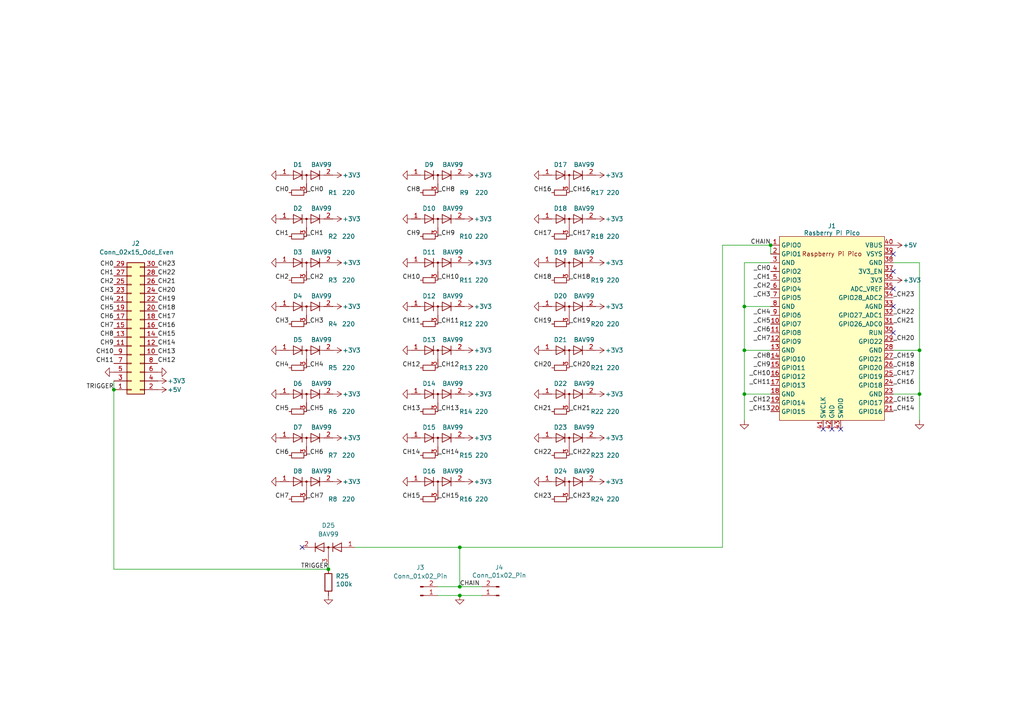
<source format=kicad_sch>
(kicad_sch (version 20231120) (generator "eeschema") (generator_version "8.0")
  (paper "A4")
  (title_block (title "peeko") (date "2024-09-16") (rev "001") (comment 1 "github.com/bkw777/peeko"))
  (lib_symbols
    (symbol "000_LOCAL:BAV99" (pin_names hide)
      (property "Reference" "D" (at 0 5.08 0))
      (property "Value" "BAV99" (at 0 2.54 0))
      (symbol "BAV99_0_1"
        (polyline (pts (xy -5.08 0) (xy 5.08 0)))
      )
      (symbol "BAV99_1_1"
        (polyline (pts (xy 0 0) (xy 0 -2.54)))
        (polyline (pts (xy -1.27 -1.27) (xy -1.27 1.27) (xy -1.27 1.27)) (stroke (width 0.2032)))
        (polyline (pts (xy 3.81 1.27) (xy 3.81 -1.27) (xy 3.81 -1.27)) (stroke (width 0.2032)))
        (polyline (pts (xy -3.81 1.27) (xy -1.27 0) (xy -3.81 -1.27) (xy -3.81 1.27) (xy -3.81 1.27) (xy -3.81 1.27)) (stroke (width 0.2032)))
        (polyline (pts (xy 1.27 1.27) (xy 3.81 0) (xy 1.27 -1.27) (xy 1.27 1.27) (xy 1.27 1.27) (xy 1.27 1.27)) (stroke (width 0.2032)))
        (circle (center 0 0) (radius 0.254) (fill (type outline)))
        (pin passive line (at -7.62 0 0) (length 2.54) (name "K") (number "1"))
        (pin passive line (at 7.62 0 180) (length 2.54) (name "A") (number "2"))
        (pin passive line (at 0 -5.08 90) (length 2.54) (name "K") (number "3"))
      )
    )
    (symbol "000_LOCAL:Conn_01x02_Pin" (pin_names (offset 1.016) hide)
      (property "Reference" "J" (at 0 2.54 0))
      (property "Value" "Conn_01x02_Pin" (at 0 -5.08 0))
      (symbol "Conn_01x02_Pin_1_1"
        (polyline (pts (xy 1.27 -2.54) (xy 0.8636 -2.54)) (stroke (width 0.1524)))
        (polyline (pts (xy 1.27 0) (xy 0.8636 0)) (stroke (width 0.1524)))
        (rectangle (start 0.8636 -2.413) (end 0 -2.667) (stroke (width 0.1524)) (fill (type outline)))
        (rectangle (start 0.8636 0.127) (end 0 -0.127) (stroke (width 0.1524)) (fill (type outline)))
        (pin passive line (at 5.08 0 180) (length 3.81) (name "Pin_1") (number "1"))
        (pin passive line (at 5.08 -2.54 180) (length 3.81) (name "Pin_2") (number "2"))
      )
    )
    (symbol "000_LOCAL:Conn_02x15_Odd_Even" (pin_names (offset 1.016) hide)
      (property "Reference" "J" (at 1.27 20.32 0))
      (property "Value" "Conn_02x15_Odd_Even" (at 1.27 -20.32 0))
      (symbol "Conn_02x15_Odd_Even_1_1"
        (rectangle (start -1.27 -17.653) (end 0 -17.907) (stroke (width 0.1524)))
        (rectangle (start -1.27 -15.113) (end 0 -15.367) (stroke (width 0.1524)))
        (rectangle (start -1.27 -12.573) (end 0 -12.827) (stroke (width 0.1524)))
        (rectangle (start -1.27 -10.033) (end 0 -10.287) (stroke (width 0.1524)))
        (rectangle (start -1.27 -7.493) (end 0 -7.747) (stroke (width 0.1524)))
        (rectangle (start -1.27 -4.953) (end 0 -5.207) (stroke (width 0.1524)))
        (rectangle (start -1.27 -2.413) (end 0 -2.667) (stroke (width 0.1524)))
        (rectangle (start -1.27 0.127) (end 0 -0.127) (stroke (width 0.1524)))
        (rectangle (start -1.27 2.667) (end 0 2.413) (stroke (width 0.1524)))
        (rectangle (start -1.27 5.207) (end 0 4.953) (stroke (width 0.1524)))
        (rectangle (start -1.27 7.747) (end 0 7.493) (stroke (width 0.1524)))
        (rectangle (start -1.27 10.287) (end 0 10.033) (stroke (width 0.1524)))
        (rectangle (start -1.27 12.827) (end 0 12.573) (stroke (width 0.1524)))
        (rectangle (start -1.27 15.367) (end 0 15.113) (stroke (width 0.1524)))
        (rectangle (start -1.27 17.907) (end 0 17.653) (stroke (width 0.1524)))
        (rectangle (start -1.27 19.05) (end 3.81 -19.05) (stroke (width 0.254)) (fill (type background)))
        (rectangle (start 3.81 -17.653) (end 2.54 -17.907) (stroke (width 0.1524)))
        (rectangle (start 3.81 -15.113) (end 2.54 -15.367) (stroke (width 0.1524)))
        (rectangle (start 3.81 -12.573) (end 2.54 -12.827) (stroke (width 0.1524)))
        (rectangle (start 3.81 -10.033) (end 2.54 -10.287) (stroke (width 0.1524)))
        (rectangle (start 3.81 -7.493) (end 2.54 -7.747) (stroke (width 0.1524)))
        (rectangle (start 3.81 -4.953) (end 2.54 -5.207) (stroke (width 0.1524)))
        (rectangle (start 3.81 -2.413) (end 2.54 -2.667) (stroke (width 0.1524)))
        (rectangle (start 3.81 0.127) (end 2.54 -0.127) (stroke (width 0.1524)))
        (rectangle (start 3.81 2.667) (end 2.54 2.413) (stroke (width 0.1524)))
        (rectangle (start 3.81 5.207) (end 2.54 4.953) (stroke (width 0.1524)))
        (rectangle (start 3.81 7.747) (end 2.54 7.493) (stroke (width 0.1524)))
        (rectangle (start 3.81 10.287) (end 2.54 10.033) (stroke (width 0.1524)))
        (rectangle (start 3.81 12.827) (end 2.54 12.573) (stroke (width 0.1524)))
        (rectangle (start 3.81 15.367) (end 2.54 15.113) (stroke (width 0.1524)))
        (rectangle (start 3.81 17.907) (end 2.54 17.653) (stroke (width 0.1524)))
        (pin passive line (at -5.08 17.78 0) (length 3.81) (name "Pin_1") (number "1"))
        (pin passive line (at 7.62 7.62 180) (length 3.81) (name "Pin_10") (number "10"))
        (pin passive line (at -5.08 5.08 0) (length 3.81) (name "Pin_11") (number "11"))
        (pin passive line (at 7.62 5.08 180) (length 3.81) (name "Pin_12") (number "12"))
        (pin passive line (at -5.08 2.54 0) (length 3.81) (name "Pin_13") (number "13"))
        (pin passive line (at 7.62 2.54 180) (length 3.81) (name "Pin_14") (number "14"))
        (pin passive line (at -5.08 0 0) (length 3.81) (name "Pin_15") (number "15"))
        (pin passive line (at 7.62 0 180) (length 3.81) (name "Pin_16") (number "16"))
        (pin passive line (at -5.08 -2.54 0) (length 3.81) (name "Pin_17") (number "17"))
        (pin passive line (at 7.62 -2.54 180) (length 3.81) (name "Pin_18") (number "18"))
        (pin passive line (at -5.08 -5.08 0) (length 3.81) (name "Pin_19") (number "19"))
        (pin passive line (at 7.62 17.78 180) (length 3.81) (name "Pin_2") (number "2"))
        (pin passive line (at 7.62 -5.08 180) (length 3.81) (name "Pin_20") (number "20"))
        (pin passive line (at -5.08 -7.62 0) (length 3.81) (name "Pin_21") (number "21"))
        (pin passive line (at 7.62 -7.62 180) (length 3.81) (name "Pin_22") (number "22"))
        (pin passive line (at -5.08 -10.16 0) (length 3.81) (name "Pin_23") (number "23"))
        (pin passive line (at 7.62 -10.16 180) (length 3.81) (name "Pin_24") (number "24"))
        (pin passive line (at -5.08 -12.7 0) (length 3.81) (name "Pin_25") (number "25"))
        (pin passive line (at 7.62 -12.7 180) (length 3.81) (name "Pin_26") (number "26"))
        (pin passive line (at -5.08 -15.24 0) (length 3.81) (name "Pin_27") (number "27"))
        (pin passive line (at 7.62 -15.24 180) (length 3.81) (name "Pin_28") (number "28"))
        (pin passive line (at -5.08 -17.78 0) (length 3.81) (name "Pin_29") (number "29"))
        (pin passive line (at -5.08 15.24 0) (length 3.81) (name "Pin_3") (number "3"))
        (pin passive line (at 7.62 -17.78 180) (length 3.81) (name "Pin_30") (number "30"))
        (pin passive line (at 7.62 15.24 180) (length 3.81) (name "Pin_4") (number "4"))
        (pin passive line (at -5.08 12.7 0) (length 3.81) (name "Pin_5") (number "5"))
        (pin passive line (at 7.62 12.7 180) (length 3.81) (name "Pin_6") (number "6"))
        (pin passive line (at -5.08 10.16 0) (length 3.81) (name "Pin_7") (number "7"))
        (pin passive line (at 7.62 10.16 180) (length 3.81) (name "Pin_8") (number "8"))
        (pin passive line (at -5.08 7.62 0) (length 3.81) (name "Pin_9") (number "9"))
      )
    )
    (symbol "BAV99_1" (pin_names hide)
      (property "Reference" "D" (at 0 5.08 0))
      (property "Value" "BAV99" (at 0 2.54 0))
      (symbol "BAV99_1_0_1"
        (polyline (pts (xy -5.08 0) (xy 5.08 0)))
      )
      (symbol "BAV99_1_1_1"
        (polyline (pts (xy 0 0) (xy 0 -2.54)))
        (polyline (pts (xy -1.27 -1.27) (xy -1.27 1.27) (xy -1.27 1.27)) (stroke (width 0.2032)))
        (polyline (pts (xy 3.81 1.27) (xy 3.81 -1.27) (xy 3.81 -1.27)) (stroke (width 0.2032)))
        (polyline (pts (xy -3.81 1.27) (xy -1.27 0) (xy -3.81 -1.27) (xy -3.81 1.27) (xy -3.81 1.27) (xy -3.81 1.27)) (stroke (width 0.2032)))
        (polyline (pts (xy 1.27 1.27) (xy 3.81 0) (xy 1.27 -1.27) (xy 1.27 1.27) (xy 1.27 1.27) (xy 1.27 1.27)) (stroke (width 0.2032)))
        (circle (center 0 0) (radius 0.254) (fill (type outline)))
        (pin passive line (at -7.62 0 0) (length 2.54) (name "K") (number "1"))
        (pin passive line (at 7.62 0 180) (length 2.54) (name "A") (number "2"))
        (pin passive line (at 0 -5.08 90) (length 2.54) (name "K") (number "3"))
      )
    )
    (symbol "Device:R" (pin_numbers hide) (pin_names (offset 0))
      (property "Reference" "R" (at 2.032 0 90))
      (property "Value" "R" (at 0 0 90))
      (symbol "R_0_1"
        (rectangle (start -1.016 -2.54) (end 1.016 2.54) (stroke (width 0.254)))
      )
      (symbol "R_1_1"
        (pin passive line (at 0 3.81 270) (length 1.27) (name "~") (number "1"))
        (pin passive line (at 0 -3.81 90) (length 1.27) (name "~") (number "2"))
      )
    )
    (symbol "MCU_RaspberryPi_and_Boards:Pico"
      (property "Reference" "U" (at -13.97 27.94 0))
      (property "Value" "Pico" (at 0 19.05 0))
      (symbol "Pico_0_0"
        (text "Raspberry Pi Pico" (at 0 21.59 0) (effects (font (size 1.27 1.27))))
      )
      (symbol "Pico_0_1"
        (rectangle (start -15.24 26.67) (end 15.24 -26.67) (fill (type background)))
      )
      (symbol "Pico_1_1"
        (pin bidirectional line (at -17.78 24.13 0) (length 2.54) (name "GPIO0") (number "1"))
        (pin bidirectional line (at -17.78 1.27 0) (length 2.54) (name "GPIO7") (number "10"))
        (pin bidirectional line (at -17.78 -1.27 0) (length 2.54) (name "GPIO8") (number "11"))
        (pin bidirectional line (at -17.78 -3.81 0) (length 2.54) (name "GPIO9") (number "12"))
        (pin power_in line (at -17.78 -6.35 0) (length 2.54) (name "GND") (number "13"))
        (pin bidirectional line (at -17.78 -8.89 0) (length 2.54) (name "GPIO10") (number "14"))
        (pin bidirectional line (at -17.78 -11.43 0) (length 2.54) (name "GPIO11") (number "15"))
        (pin bidirectional line (at -17.78 -13.97 0) (length 2.54) (name "GPIO12") (number "16"))
        (pin bidirectional line (at -17.78 -16.51 0) (length 2.54) (name "GPIO13") (number "17"))
        (pin power_in line (at -17.78 -19.05 0) (length 2.54) (name "GND") (number "18"))
        (pin bidirectional line (at -17.78 -21.59 0) (length 2.54) (name "GPIO14") (number "19"))
        (pin bidirectional line (at -17.78 21.59 0) (length 2.54) (name "GPIO1") (number "2"))
        (pin bidirectional line (at -17.78 -24.13 0) (length 2.54) (name "GPIO15") (number "20"))
        (pin bidirectional line (at 17.78 -24.13 180) (length 2.54) (name "GPIO16") (number "21"))
        (pin bidirectional line (at 17.78 -21.59 180) (length 2.54) (name "GPIO17") (number "22"))
        (pin power_in line (at 17.78 -19.05 180) (length 2.54) (name "GND") (number "23"))
        (pin bidirectional line (at 17.78 -16.51 180) (length 2.54) (name "GPIO18") (number "24"))
        (pin bidirectional line (at 17.78 -13.97 180) (length 2.54) (name "GPIO19") (number "25"))
        (pin bidirectional line (at 17.78 -11.43 180) (length 2.54) (name "GPIO20") (number "26"))
        (pin bidirectional line (at 17.78 -8.89 180) (length 2.54) (name "GPIO21") (number "27"))
        (pin power_in line (at 17.78 -6.35 180) (length 2.54) (name "GND") (number "28"))
        (pin bidirectional line (at 17.78 -3.81 180) (length 2.54) (name "GPIO22") (number "29"))
        (pin power_in line (at -17.78 19.05 0) (length 2.54) (name "GND") (number "3"))
        (pin input line (at 17.78 -1.27 180) (length 2.54) (name "RUN") (number "30"))
        (pin bidirectional line (at 17.78 1.27 180) (length 2.54) (name "GPIO26_ADC0") (number "31"))
        (pin bidirectional line (at 17.78 3.81 180) (length 2.54) (name "GPIO27_ADC1") (number "32"))
        (pin power_in line (at 17.78 6.35 180) (length 2.54) (name "AGND") (number "33"))
        (pin bidirectional line (at 17.78 8.89 180) (length 2.54) (name "GPIO28_ADC2") (number "34"))
        (pin power_in line (at 17.78 11.43 180) (length 2.54) (name "ADC_VREF") (number "35"))
        (pin power_in line (at 17.78 13.97 180) (length 2.54) (name "3V3") (number "36"))
        (pin input line (at 17.78 16.51 180) (length 2.54) (name "3V3_EN") (number "37"))
        (pin bidirectional line (at 17.78 19.05 180) (length 2.54) (name "GND") (number "38"))
        (pin power_in line (at 17.78 21.59 180) (length 2.54) (name "VSYS") (number "39"))
        (pin bidirectional line (at -17.78 16.51 0) (length 2.54) (name "GPIO2") (number "4"))
        (pin power_in line (at 17.78 24.13 180) (length 2.54) (name "VBUS") (number "40"))
        (pin input line (at -2.54 -29.21 90) (length 2.54) (name "SWCLK") (number "41"))
        (pin power_in line (at 0 -29.21 90) (length 2.54) (name "GND") (number "42"))
        (pin bidirectional line (at 2.54 -29.21 90) (length 2.54) (name "SWDIO") (number "43"))
        (pin bidirectional line (at -17.78 13.97 0) (length 2.54) (name "GPIO3") (number "5"))
        (pin bidirectional line (at -17.78 11.43 0) (length 2.54) (name "GPIO4") (number "6"))
        (pin bidirectional line (at -17.78 8.89 0) (length 2.54) (name "GPIO5") (number "7"))
        (pin power_in line (at -17.78 6.35 0) (length 2.54) (name "GND") (number "8"))
        (pin bidirectional line (at -17.78 3.81 0) (length 2.54) (name "GPIO6") (number "9"))
      )
    )
    (symbol "R_Small_1" (pin_numbers hide) (pin_names (offset 0.254) hide)
      (property "Reference" "R" (at 0.762 0.508 0))
      (property "Value" "R_Small" (at 0.762 -1.016 0))
      (symbol "R_Small_1_0_1"
        (rectangle (start -0.762 1.778) (end 0.762 -1.778) (stroke (width 0.2032)))
      )
      (symbol "R_Small_1_1_1"
        (pin passive line (at 0 2.54 270) (length 0.762) (name "~") (number "1"))
        (pin passive line (at 0 -2.54 90) (length 0.762) (name "~") (number "2"))
      )
    )
    (symbol "power:+3V3" (power) (pin_numbers hide) (pin_names (offset 0) hide)
      (property "Value" "+3V3" (at 0 3.556 0))
      (symbol "+3V3_0_1"
        (polyline (pts (xy -0.762 1.27) (xy 0 2.54)))
        (polyline (pts (xy 0 0) (xy 0 2.54)))
        (polyline (pts (xy 0 2.54) (xy 0.762 1.27)))
      )
      (symbol "+3V3_1_1"
        (pin power_in line (at 0 0 90) (length 0) (name "~") (number "1"))
      )
    )
    (symbol "power:+5V" (power) (pin_numbers hide) (pin_names (offset 0) hide)
      (property "Value" "+5V" (at 0 3.556 0))
      (symbol "+5V_0_1"
        (polyline (pts (xy -0.762 1.27) (xy 0 2.54)))
        (polyline (pts (xy 0 0) (xy 0 2.54)))
        (polyline (pts (xy 0 2.54) (xy 0.762 1.27)))
      )
      (symbol "+5V_1_1"
        (pin power_in line (at 0 0 90) (length 0) (name "~") (number "1"))
      )
    )
    (symbol "power:GND" (power) (pin_numbers hide) (pin_names (offset 0) hide)
      (property "Value" "GND" (at 0 -3.81 0))
      (symbol "GND_0_1"
        (polyline (pts (xy 0 0) (xy 0 -1.27) (xy 1.27 -1.27) (xy 0 -2.54) (xy -1.27 -1.27) (xy 0 -1.27)))
      )
      (symbol "GND_1_1"
        (pin power_in line (at 0 0 270) (length 0) (name "~") (number "1"))
      )
    )
  )
  (junction (at 133.35 158.75))
  (junction (at 95.25 165.1))
  (junction (at 133.35 170.18))
  (junction (at 215.9 101.6))
  (junction (at 223.52 71.12))
  (junction (at 266.7 114.3))
  (junction (at 215.9 114.3))
  (junction (at 215.9 88.9))
  (junction (at 266.7 101.6))
  (junction (at 133.35 172.72))
  (junction (at 33.02 113.03))
  (no_connect (at 87.63 158.75))
  (no_connect (at 259.08 96.52))
  (no_connect (at 259.08 73.66))
  (no_connect (at 259.08 78.74))
  (no_connect (at 259.08 83.82))
  (no_connect (at 259.08 88.9))
  (no_connect (at 243.84 124.46))
  (no_connect (at 241.3 124.46))
  (no_connect (at 238.76 124.46))
  (wire (pts (xy 215.9 76.2) (xy 215.9 88.9)))
  (wire (pts (xy 33.02 110.49) (xy 33.02 113.03)))
  (wire (pts (xy 33.02 113.03) (xy 33.02 165.1)))
  (wire (pts (xy 127 170.18) (xy 133.35 170.18)))
  (wire (pts (xy 133.35 170.18) (xy 139.7 170.18)))
  (wire (pts (xy 215.9 88.9) (xy 223.52 88.9)))
  (wire (pts (xy 215.9 101.6) (xy 215.9 114.3)))
  (wire (pts (xy 133.35 158.75) (xy 209.55 158.75)))
  (wire (pts (xy 223.52 71.12) (xy 223.52 73.66)))
  (wire (pts (xy 215.9 101.6) (xy 223.52 101.6)))
  (wire (pts (xy 259.08 76.2) (xy 266.7 76.2)))
  (wire (pts (xy 133.35 158.75) (xy 133.35 170.18)))
  (wire (pts (xy 215.9 121.92) (xy 215.9 114.3)))
  (wire (pts (xy 266.7 76.2) (xy 266.7 101.6)))
  (wire (pts (xy 266.7 101.6) (xy 266.7 114.3)))
  (wire (pts (xy 133.35 172.72) (xy 139.7 172.72)))
  (wire (pts (xy 102.87 158.75) (xy 133.35 158.75)))
  (wire (pts (xy 215.9 76.2) (xy 223.52 76.2)))
  (wire (pts (xy 215.9 88.9) (xy 215.9 101.6)))
  (wire (pts (xy 259.08 101.6) (xy 266.7 101.6)))
  (wire (pts (xy 259.08 114.3) (xy 266.7 114.3)))
  (wire (pts (xy 127 172.72) (xy 133.35 172.72)))
  (wire (pts (xy 33.02 165.1) (xy 95.25 165.1)))
  (wire (pts (xy 95.25 163.83) (xy 95.25 165.1)))
  (wire (pts (xy 266.7 121.92) (xy 266.7 114.3)))
  (wire (pts (xy 209.55 71.12) (xy 223.52 71.12)))
  (wire (pts (xy 209.55 71.12) (xy 209.55 158.75)))
  (wire (pts (xy 215.9 114.3) (xy 223.52 114.3)))
  (label "CH15" (at 121.92 144.78 180))
  (label "_CH11" (at 127 93.98 0))
  (label "_CH15" (at 127 144.78 0))
  (label "CH6" (at 33.02 92.71 180))
  (label "CH14" (at 121.92 132.08 180))
  (label "CH19" (at 160.02 93.98 180))
  (label "_CH8" (at 127 55.88 0))
  (label "_CH8" (at 223.52 104.14 180))
  (label "_CH22" (at 165.1 132.08 0))
  (label "_CH7" (at 88.9 144.78 0))
  (label "CH17" (at 160.02 68.58 180))
  (label "_CH19" (at 259.08 104.14 0))
  (label "CH16" (at 160.02 55.88 180))
  (label "CH7" (at 33.02 95.25 180))
  (label "CH22" (at 160.02 132.08 180))
  (label "_CH23" (at 165.1 144.78 0))
  (label "CH13" (at 121.92 119.38 180))
  (label "CH17" (at 45.72 92.71 0))
  (label "CH20" (at 45.72 85.09 0))
  (label "_CH16" (at 165.1 55.88 0))
  (label "CH2" (at 33.02 82.55 180))
  (label "CH18" (at 160.02 81.28 180))
  (label "CH4" (at 83.82 106.68 180))
  (label "_CH18" (at 259.08 106.68 0))
  (label "_CH7" (at 223.52 99.06 180))
  (label "_CH21" (at 165.1 119.38 0))
  (label "CH2" (at 83.82 81.28 180))
  (label "TRIGGER" (at 95.25 165.1 180))
  (label "CH4" (at 33.02 87.63 180))
  (label "_CH17" (at 165.1 68.58 0))
  (label "CH3" (at 83.82 93.98 180))
  (label "_CH4" (at 88.9 106.68 0))
  (label "_CH5" (at 88.9 119.38 0))
  (label "CH10" (at 121.92 81.28 180))
  (label "_CH6" (at 223.52 96.52 180))
  (label "CH3" (at 33.02 85.09 180))
  (label "_CH9" (at 223.52 106.68 180))
  (label "CHAIN" (at 223.52 71.12 180))
  (label "_CH19" (at 165.1 93.98 0))
  (label "CH8" (at 121.92 55.88 180))
  (label "_CH13" (at 127 119.38 0))
  (label "CH18" (at 45.72 90.17 0))
  (label "CH23" (at 45.72 77.47 0))
  (label "CH14" (at 45.72 100.33 0))
  (label "_CH2" (at 88.9 81.28 0))
  (label "CH11" (at 33.02 105.41 180))
  (label "_CH14" (at 259.08 119.38 0))
  (label "CH12" (at 121.92 106.68 180))
  (label "CHAIN" (at 133.35 170.18 0))
  (label "_CH10" (at 127 81.28 0))
  (label "_CH0" (at 88.9 55.88 0))
  (label "_CH20" (at 165.1 106.68 0))
  (label "_CH3" (at 88.9 93.98 0))
  (label "_CH1" (at 88.9 68.58 0))
  (label "_CH3" (at 223.52 86.36 180))
  (label "_CH16" (at 259.08 111.76 0))
  (label "CH11" (at 121.92 93.98 180))
  (label "CH16" (at 45.72 95.25 0))
  (label "CH5" (at 83.82 119.38 180))
  (label "_CH1" (at 223.52 81.28 180))
  (label "CH22" (at 45.72 80.01 0))
  (label "_CH9" (at 127 68.58 0))
  (label "_CH15" (at 259.08 116.84 0))
  (label "TRIGGER" (at 33.02 113.03 180))
  (label "CH12" (at 45.72 105.41 0))
  (label "_CH18" (at 165.1 81.28 0))
  (label "CH19" (at 45.72 87.63 0))
  (label "_CH11" (at 223.52 111.76 180))
  (label "CH21" (at 160.02 119.38 180))
  (label "_CH14" (at 127 132.08 0))
  (label "CH9" (at 33.02 100.33 180))
  (label "_CH6" (at 88.9 132.08 0))
  (label "CH8" (at 33.02 97.79 180))
  (label "_CH4" (at 223.52 91.44 180))
  (label "CH21" (at 45.72 82.55 0))
  (label "CH1" (at 83.82 68.58 180))
  (label "CH20" (at 160.02 106.68 180))
  (label "CH7" (at 83.82 144.78 180))
  (label "CH0" (at 33.02 77.47 180))
  (label "CH9" (at 121.92 68.58 180))
  (label "CH0" (at 83.82 55.88 180))
  (label "CH5" (at 33.02 90.17 180))
  (label "CH23" (at 160.02 144.78 180))
  (label "_CH22" (at 259.08 91.44 0))
  (label "_CH21" (at 259.08 93.98 0))
  (label "_CH0" (at 223.52 78.74 180))
  (label "_CH12" (at 223.52 116.84 180))
  (label "CH10" (at 33.02 102.87 180))
  (label "_CH12" (at 127 106.68 0))
  (label "CH13" (at 45.72 102.87 0))
  (label "_CH2" (at 223.52 83.82 180))
  (label "CH1" (at 33.02 80.01 180))
  (label "_CH10" (at 223.52 109.22 180))
  (label "_CH13" (at 223.52 119.38 180))
  (label "_CH20" (at 259.08 99.06 0))
  (label "CH15" (at 45.72 97.79 0))
  (label "_CH5" (at 223.52 93.98 180))
  (label "_CH17" (at 259.08 109.22 0))
  (label "_CH23" (at 259.08 86.36 0))
  (label "CH6" (at 83.82 132.08 180))
  (symbol (lib_name "R_Small_1") (lib_id "000_LOCAL:R_Small") (at 86.36 68.58 270) (unit 1)
    (property "Reference" "R2" (at 96.52 68.58 90))
    (property "Value" "220" (at 101.092 68.58 90))
    (property "Footprint" "000_LOCAL:R_0805" (effects (hide yes)))
    (property "Description" "Resistor, small symbol" (effects (hide yes)))
  )
  (symbol (lib_id "power:+3V3") (at 172.72 88.9 270) (unit 1)
    (property "Reference" "#PWR054" (effects (hide yes)))
    (property "Value" "+3V3" (at 175.514 88.9 90) (effects (justify left)))
    (property "Description" "Power symbol creates a global label with name \"+3V3\"" (effects (hide yes)))
  )
  (symbol (lib_id "power:+3V3") (at 134.62 139.7 270) (unit 1)
    (property "Reference" "#PWR042" (effects (hide yes)))
    (property "Value" "+3V3" (at 137.414 139.7 90) (effects (justify left)))
    (property "Description" "Power symbol creates a global label with name \"+3V3\"" (effects (hide yes)))
  )
  (symbol (lib_name "R_Small_1") (lib_id "000_LOCAL:R_Small") (at 124.46 81.28 270) (unit 1)
    (property "Reference" "R11" (at 135.128 81.28 90))
    (property "Value" "220" (at 139.7 81.28 90))
    (property "Footprint" "000_LOCAL:R_0805" (effects (hide yes)))
    (property "Description" "Resistor, small symbol" (effects (hide yes)))
  )
  (symbol (lib_name "R_Small_1") (lib_id "000_LOCAL:R_Small") (at 162.56 55.88 270) (unit 1)
    (property "Reference" "R17" (at 173.228 55.88 90))
    (property "Value" "220" (at 177.8 55.88 90))
    (property "Footprint" "000_LOCAL:R_0805" (effects (hide yes)))
    (property "Description" "Resistor, small symbol" (effects (hide yes)))
  )
  (symbol (lib_id "power:+5V") (at 45.72 113.03 270) (unit 1)
    (property "Reference" "#PWR05" (effects (hide yes)))
    (property "Value" "+5V" (at 48.514 113.03 90) (effects (justify left)))
    (property "Description" "Power symbol creates a global label with name \"+5V\"" (effects (hide yes)))
  )
  (symbol (lib_id "power:GND") (at 119.38 101.6 270) (unit 1)
    (property "Reference" "#PWR031" (effects (hide yes)))
    (property "Value" "GND" (effects (hide yes)))
    (property "Description" "Power symbol creates a global label with name \"GND\" , ground" (effects (hide yes)))
  )
  (symbol (lib_id "power:GND") (at 81.28 101.6 270) (unit 1)
    (property "Reference" "#PWR019" (effects (hide yes)))
    (property "Value" "GND" (effects (hide yes)))
    (property "Description" "Power symbol creates a global label with name \"GND\" , ground" (effects (hide yes)))
  )
  (symbol (lib_id "power:+3V3") (at 96.52 114.3 270) (unit 1)
    (property "Reference" "#PWR024" (effects (hide yes)))
    (property "Value" "+3V3" (at 99.314 114.3 90) (effects (justify left)))
    (property "Description" "Power symbol creates a global label with name \"+3V3\"" (effects (hide yes)))
  )
  (symbol (lib_name "BAV99_1") (lib_id "000_LOCAL:BAV99") (at 127 101.6 0) (unit 1)
    (property "Reference" "D13" (at 124.46 98.552 0))
    (property "Value" "BAV99" (at 131.318 98.552 0))
    (property "Footprint" "000_LOCAL:SC-59" (effects (hide yes)))
    (property "Datasheet" "datasheets/BAV99.pdf" (effects (hide yes)))
    (property "Description" "BAV99 High-speed switching diodes, SOT-23" (effects (hide yes)))
  )
  (symbol (lib_name "BAV99_1") (lib_id "000_LOCAL:BAV99") (at 165.1 88.9 0) (unit 1)
    (property "Reference" "D20" (at 162.56 85.852 0))
    (property "Value" "BAV99" (at 169.418 85.852 0))
    (property "Footprint" "000_LOCAL:SC-59" (effects (hide yes)))
    (property "Datasheet" "datasheets/BAV99.pdf" (effects (hide yes)))
    (property "Description" "BAV99 High-speed switching diodes, SOT-23" (effects (hide yes)))
  )
  (symbol (lib_id "000_LOCAL:BAV99") (at 95.25 158.75 0) (mirror y) (unit 1)
    (property "Reference" "D25" (at 95.25 152.4 0))
    (property "Value" "BAV99" (at 95.25 154.94 0))
    (property "Footprint" "000_LOCAL:SC-59" (effects (hide yes)))
    (property "Datasheet" "datasheets/BAV99.pdf" (effects (hide yes)))
    (property "Description" "BAV99 High-speed switching diodes, SOT-23" (effects (hide yes)))
  )
  (symbol (lib_id "power:+3V3") (at 96.52 63.5 270) (unit 1)
    (property "Reference" "#PWR012" (effects (hide yes)))
    (property "Value" "+3V3" (at 99.314 63.5 90) (effects (justify left)))
    (property "Description" "Power symbol creates a global label with name \"+3V3\"" (effects (hide yes)))
  )
  (symbol (lib_id "power:GND") (at 119.38 63.5 270) (unit 1)
    (property "Reference" "#PWR028" (effects (hide yes)))
    (property "Value" "GND" (effects (hide yes)))
    (property "Description" "Power symbol creates a global label with name \"GND\" , ground" (effects (hide yes)))
  )
  (symbol (lib_id "MCU_RaspberryPi_and_Boards:Pico") (at 241.3 95.25 0) (unit 1)
    (property "Reference" "J1" (at 241.3 65.532 0))
    (property "Value" "Rasberry PI Pico" (at 241.3 67.564 0))
    (property "Footprint" "000_LOCAL:dip-40-700-pi-pico" (effects (hide yes)))
  )
  (symbol (lib_id "power:+3V3") (at 134.62 88.9 270) (unit 1)
    (property "Reference" "#PWR038" (effects (hide yes)))
    (property "Value" "+3V3" (at 137.414 88.9 90) (effects (justify left)))
    (property "Description" "Power symbol creates a global label with name \"+3V3\"" (effects (hide yes)))
  )
  (symbol (lib_id "power:GND") (at 266.7 121.92 0) (unit 1)
    (property "Reference" "#PWR011" (effects (hide yes)))
    (property "Value" "GND" (effects (hide yes)))
    (property "Description" "Power symbol creates a global label with name \"GND\" , ground" (effects (hide yes)))
  )
  (symbol (lib_id "power:GND") (at 157.48 139.7 270) (unit 1)
    (property "Reference" "#PWR050" (effects (hide yes)))
    (property "Value" "GND" (effects (hide yes)))
    (property "Description" "Power symbol creates a global label with name \"GND\" , ground" (effects (hide yes)))
  )
  (symbol (lib_name "BAV99_1") (lib_id "000_LOCAL:BAV99") (at 88.9 63.5 0) (unit 1)
    (property "Reference" "D2" (at 86.36 60.452 0))
    (property "Value" "BAV99" (at 93.218 60.452 0))
    (property "Footprint" "000_LOCAL:SC-59" (effects (hide yes)))
    (property "Datasheet" "datasheets/BAV99.pdf" (effects (hide yes)))
    (property "Description" "BAV99 High-speed switching diodes, SOT-23" (effects (hide yes)))
  )
  (symbol (lib_id "power:+3V3") (at 45.72 110.49 270) (unit 1)
    (property "Reference" "#PWR06" (effects (hide yes)))
    (property "Value" "+3V3" (at 48.514 110.49 90) (effects (justify left)))
    (property "Description" "Power symbol creates a global label with name \"+3V3\"" (effects (hide yes)))
  )
  (symbol (lib_id "power:+5V") (at 259.08 71.12 270) (unit 1)
    (property "Reference" "#PWR014" (effects (hide yes)))
    (property "Value" "+5V" (at 261.874 71.12 90) (effects (justify left)))
    (property "Description" "Power symbol creates a global label with name \"+5V\"" (effects (hide yes)))
  )
  (symbol (lib_id "power:GND") (at 119.38 114.3 270) (unit 1)
    (property "Reference" "#PWR032" (effects (hide yes)))
    (property "Value" "GND" (effects (hide yes)))
    (property "Description" "Power symbol creates a global label with name \"GND\" , ground" (effects (hide yes)))
  )
  (symbol (lib_name "BAV99_1") (lib_id "000_LOCAL:BAV99") (at 127 88.9 0) (unit 1)
    (property "Reference" "D12" (at 124.46 85.852 0))
    (property "Value" "BAV99" (at 131.318 85.852 0))
    (property "Footprint" "000_LOCAL:SC-59" (effects (hide yes)))
    (property "Datasheet" "datasheets/BAV99.pdf" (effects (hide yes)))
    (property "Description" "BAV99 High-speed switching diodes, SOT-23" (effects (hide yes)))
  )
  (symbol (lib_id "power:GND") (at 157.48 50.8 270) (unit 1)
    (property "Reference" "#PWR043" (effects (hide yes)))
    (property "Value" "GND" (effects (hide yes)))
    (property "Description" "Power symbol creates a global label with name \"GND\" , ground" (effects (hide yes)))
  )
  (symbol (lib_id "power:GND") (at 33.02 107.95 270) (unit 1)
    (property "Reference" "#PWR02" (effects (hide yes)))
    (property "Value" "GND" (effects (hide yes)))
    (property "Description" "Power symbol creates a global label with name \"GND\" , ground" (effects (hide yes)))
  )
  (symbol (lib_id "power:+3V3") (at 134.62 76.2 270) (unit 1)
    (property "Reference" "#PWR037" (effects (hide yes)))
    (property "Value" "+3V3" (at 137.414 76.2 90) (effects (justify left)))
    (property "Description" "Power symbol creates a global label with name \"+3V3\"" (effects (hide yes)))
  )
  (symbol (lib_id "power:GND") (at 119.38 76.2 270) (unit 1)
    (property "Reference" "#PWR029" (effects (hide yes)))
    (property "Value" "GND" (effects (hide yes)))
    (property "Description" "Power symbol creates a global label with name \"GND\" , ground" (effects (hide yes)))
  )
  (symbol (lib_name "R_Small_1") (lib_id "000_LOCAL:R_Small") (at 162.56 106.68 270) (unit 1)
    (property "Reference" "R21" (at 173.228 106.68 90))
    (property "Value" "220" (at 177.8 106.68 90))
    (property "Footprint" "000_LOCAL:R_0805" (effects (hide yes)))
    (property "Description" "Resistor, small symbol" (effects (hide yes)))
  )
  (symbol (lib_name "R_Small_1") (lib_id "000_LOCAL:R_Small") (at 162.56 93.98 270) (unit 1)
    (property "Reference" "R20" (at 173.228 93.98 90))
    (property "Value" "220" (at 177.8 93.98 90))
    (property "Footprint" "000_LOCAL:R_0805" (effects (hide yes)))
    (property "Description" "Resistor, small symbol" (effects (hide yes)))
  )
  (symbol (lib_name "BAV99_1") (lib_id "000_LOCAL:BAV99") (at 165.1 63.5 0) (unit 1)
    (property "Reference" "D18" (at 162.56 60.452 0))
    (property "Value" "BAV99" (at 169.418 60.452 0))
    (property "Footprint" "000_LOCAL:SC-59" (effects (hide yes)))
    (property "Datasheet" "datasheets/BAV99.pdf" (effects (hide yes)))
    (property "Description" "BAV99 High-speed switching diodes, SOT-23" (effects (hide yes)))
  )
  (symbol (lib_id "power:GND") (at 81.28 50.8 270) (unit 1)
    (property "Reference" "#PWR08" (effects (hide yes)))
    (property "Value" "GND" (effects (hide yes)))
    (property "Description" "Power symbol creates a global label with name \"GND\" , ground" (effects (hide yes)))
  )
  (symbol (lib_name "BAV99_1") (lib_id "000_LOCAL:BAV99") (at 165.1 127 0) (unit 1)
    (property "Reference" "D23" (at 162.56 123.952 0))
    (property "Value" "BAV99" (at 169.418 123.952 0))
    (property "Footprint" "000_LOCAL:SC-59" (effects (hide yes)))
    (property "Datasheet" "datasheets/BAV99.pdf" (effects (hide yes)))
    (property "Description" "BAV99 High-speed switching diodes, SOT-23" (effects (hide yes)))
  )
  (symbol (lib_id "power:GND") (at 81.28 88.9 270) (unit 1)
    (property "Reference" "#PWR016" (effects (hide yes)))
    (property "Value" "GND" (effects (hide yes)))
    (property "Description" "Power symbol creates a global label with name \"GND\" , ground" (effects (hide yes)))
  )
  (symbol (lib_name "R_Small_1") (lib_id "000_LOCAL:R_Small") (at 162.56 119.38 270) (unit 1)
    (property "Reference" "R22" (at 173.228 119.38 90))
    (property "Value" "220" (at 177.8 119.38 90))
    (property "Footprint" "000_LOCAL:R_0805" (effects (hide yes)))
    (property "Description" "Resistor, small symbol" (effects (hide yes)))
  )
  (symbol (lib_id "power:+3V3") (at 172.72 127 270) (unit 1)
    (property "Reference" "#PWR057" (effects (hide yes)))
    (property "Value" "+3V3" (at 175.514 127 90) (effects (justify left)))
    (property "Description" "Power symbol creates a global label with name \"+3V3\"" (effects (hide yes)))
  )
  (symbol (lib_name "BAV99_1") (lib_id "000_LOCAL:BAV99") (at 165.1 114.3 0) (unit 1)
    (property "Reference" "D22" (at 162.56 111.252 0))
    (property "Value" "BAV99" (at 169.418 111.252 0))
    (property "Footprint" "000_LOCAL:SC-59" (effects (hide yes)))
    (property "Datasheet" "datasheets/BAV99.pdf" (effects (hide yes)))
    (property "Description" "BAV99 High-speed switching diodes, SOT-23" (effects (hide yes)))
  )
  (symbol (lib_id "power:+3V3") (at 96.52 76.2 270) (unit 1)
    (property "Reference" "#PWR017" (effects (hide yes)))
    (property "Value" "+3V3" (at 99.314 76.2 90) (effects (justify left)))
    (property "Description" "Power symbol creates a global label with name \"+3V3\"" (effects (hide yes)))
  )
  (symbol (lib_id "power:+3V3") (at 134.62 63.5 270) (unit 1)
    (property "Reference" "#PWR036" (effects (hide yes)))
    (property "Value" "+3V3" (at 137.414 63.5 90) (effects (justify left)))
    (property "Description" "Power symbol creates a global label with name \"+3V3\"" (effects (hide yes)))
  )
  (symbol (lib_id "power:+3V3") (at 134.62 50.8 270) (unit 1)
    (property "Reference" "#PWR035" (effects (hide yes)))
    (property "Value" "+3V3" (at 137.414 50.8 90) (effects (justify left)))
    (property "Description" "Power symbol creates a global label with name \"+3V3\"" (effects (hide yes)))
  )
  (symbol (lib_id "000_LOCAL:Conn_01x02_Pin") (at 121.92 172.72 0) (mirror x) (unit 1)
    (property "Reference" "J3" (at 121.92 164.592 0))
    (property "Value" "Conn_01x02_Pin" (at 121.92 167.132 0))
    (property "Footprint" "000_LOCAL:PinHeader_1x02_P2.54mm_Horizontal" (effects (hide yes)))
    (property "Description" "Generic connector, single row, 01x02, script generated" (effects (hide yes)))
  )
  (symbol (lib_id "power:+3V3") (at 96.52 101.6 270) (unit 1)
    (property "Reference" "#PWR023" (effects (hide yes)))
    (property "Value" "+3V3" (at 99.314 101.6 90) (effects (justify left)))
    (property "Description" "Power symbol creates a global label with name \"+3V3\"" (effects (hide yes)))
  )
  (symbol (lib_id "power:GND") (at 157.48 114.3 270) (unit 1)
    (property "Reference" "#PWR048" (effects (hide yes)))
    (property "Value" "GND" (effects (hide yes)))
    (property "Description" "Power symbol creates a global label with name \"GND\" , ground" (effects (hide yes)))
  )
  (symbol (lib_id "power:+3V3") (at 96.52 127 270) (unit 1)
    (property "Reference" "#PWR025" (effects (hide yes)))
    (property "Value" "+3V3" (at 99.314 127 90) (effects (justify left)))
    (property "Description" "Power symbol creates a global label with name \"+3V3\"" (effects (hide yes)))
  )
  (symbol (lib_id "power:+3V3") (at 96.52 50.8 270) (unit 1)
    (property "Reference" "#PWR09" (effects (hide yes)))
    (property "Value" "+3V3" (at 99.314 50.8 90) (effects (justify left)))
    (property "Description" "Power symbol creates a global label with name \"+3V3\"" (effects (hide yes)))
  )
  (symbol (lib_name "BAV99_1") (lib_id "000_LOCAL:BAV99") (at 165.1 76.2 0) (unit 1)
    (property "Reference" "D19" (at 162.56 73.152 0))
    (property "Value" "BAV99" (at 169.418 73.152 0))
    (property "Footprint" "000_LOCAL:SC-59" (effects (hide yes)))
    (property "Datasheet" "datasheets/BAV99.pdf" (effects (hide yes)))
    (property "Description" "BAV99 High-speed switching diodes, SOT-23" (effects (hide yes)))
  )
  (symbol (lib_name "BAV99_1") (lib_id "000_LOCAL:BAV99") (at 165.1 50.8 0) (unit 1)
    (property "Reference" "D17" (at 162.56 47.752 0))
    (property "Value" "BAV99" (at 169.418 47.752 0))
    (property "Footprint" "000_LOCAL:SC-59" (effects (hide yes)))
    (property "Datasheet" "datasheets/BAV99.pdf" (effects (hide yes)))
    (property "Description" "BAV99 High-speed switching diodes, SOT-23" (effects (hide yes)))
  )
  (symbol (lib_id "power:GND") (at 95.25 172.72 0) (unit 1)
    (property "Reference" "#PWR01" (effects (hide yes)))
    (property "Value" "GND" (effects (hide yes)))
    (property "Description" "Power symbol creates a global label with name \"GND\" , ground" (effects (hide yes)))
  )
  (symbol (lib_name "R_Small_1") (lib_id "000_LOCAL:R_Small") (at 86.36 55.88 270) (unit 1)
    (property "Reference" "R1" (at 96.52 55.88 90))
    (property "Value" "220" (at 101.092 55.88 90))
    (property "Footprint" "000_LOCAL:R_0805" (effects (hide yes)))
    (property "Description" "Resistor, small symbol" (effects (hide yes)))
  )
  (symbol (lib_id "power:+3V3") (at 172.72 63.5 270) (unit 1)
    (property "Reference" "#PWR052" (effects (hide yes)))
    (property "Value" "+3V3" (at 175.514 63.5 90) (effects (justify left)))
    (property "Description" "Power symbol creates a global label with name \"+3V3\"" (effects (hide yes)))
  )
  (symbol (lib_id "power:+3V3") (at 259.08 81.28 270) (unit 1)
    (property "Reference" "#PWR013" (effects (hide yes)))
    (property "Value" "+3V3" (at 261.874 81.28 90) (effects (justify left)))
    (property "Description" "Power symbol creates a global label with name \"+3V3\"" (effects (hide yes)))
  )
  (symbol (lib_id "power:GND") (at 157.48 127 270) (unit 1)
    (property "Reference" "#PWR049" (effects (hide yes)))
    (property "Value" "GND" (effects (hide yes)))
    (property "Description" "Power symbol creates a global label with name \"GND\" , ground" (effects (hide yes)))
  )
  (symbol (lib_name "BAV99_1") (lib_id "000_LOCAL:BAV99") (at 88.9 101.6 0) (unit 1)
    (property "Reference" "D5" (at 86.36 98.552 0))
    (property "Value" "BAV99" (at 93.218 98.552 0))
    (property "Footprint" "000_LOCAL:SC-59" (effects (hide yes)))
    (property "Datasheet" "datasheets/BAV99.pdf" (effects (hide yes)))
    (property "Description" "BAV99 High-speed switching diodes, SOT-23" (effects (hide yes)))
  )
  (symbol (lib_id "power:GND") (at 45.72 107.95 90) (unit 1)
    (property "Reference" "#PWR04" (effects (hide yes)))
    (property "Value" "GND" (effects (hide yes)))
    (property "Description" "Power symbol creates a global label with name \"GND\" , ground" (effects (hide yes)))
  )
  (symbol (lib_name "BAV99_1") (lib_id "000_LOCAL:BAV99") (at 88.9 127 0) (unit 1)
    (property "Reference" "D7" (at 86.36 123.952 0))
    (property "Value" "BAV99" (at 93.218 123.952 0))
    (property "Footprint" "000_LOCAL:SC-59" (effects (hide yes)))
    (property "Datasheet" "datasheets/BAV99.pdf" (effects (hide yes)))
    (property "Description" "BAV99 High-speed switching diodes, SOT-23" (effects (hide yes)))
  )
  (symbol (lib_id "power:+3V3") (at 172.72 50.8 270) (unit 1)
    (property "Reference" "#PWR051" (effects (hide yes)))
    (property "Value" "+3V3" (at 175.514 50.8 90) (effects (justify left)))
    (property "Description" "Power symbol creates a global label with name \"+3V3\"" (effects (hide yes)))
  )
  (symbol (lib_name "BAV99_1") (lib_id "000_LOCAL:BAV99") (at 127 76.2 0) (unit 1)
    (property "Reference" "D11" (at 124.46 73.152 0))
    (property "Value" "BAV99" (at 131.318 73.152 0))
    (property "Footprint" "000_LOCAL:SC-59" (effects (hide yes)))
    (property "Datasheet" "datasheets/BAV99.pdf" (effects (hide yes)))
    (property "Description" "BAV99 High-speed switching diodes, SOT-23" (effects (hide yes)))
  )
  (symbol (lib_id "power:+3V3") (at 134.62 114.3 270) (unit 1)
    (property "Reference" "#PWR040" (effects (hide yes)))
    (property "Value" "+3V3" (at 137.414 114.3 90) (effects (justify left)))
    (property "Description" "Power symbol creates a global label with name \"+3V3\"" (effects (hide yes)))
  )
  (symbol (lib_id "000_LOCAL:Conn_01x02_Pin") (at 144.78 172.72 180) (unit 1)
    (property "Reference" "J4" (at 144.78 164.592 0))
    (property "Value" "Conn_01x02_Pin" (at 144.78 166.878 0))
    (property "Footprint" "000_LOCAL:PinHeader_1x02_P2.54mm_Horizontal" (effects (hide yes)))
    (property "Description" "Generic connector, single row, 01x02, script generated" (effects (hide yes)))
  )
  (symbol (lib_name "BAV99_1") (lib_id "000_LOCAL:BAV99") (at 127 63.5 0) (unit 1)
    (property "Reference" "D10" (at 124.46 60.452 0))
    (property "Value" "BAV99" (at 131.318 60.452 0))
    (property "Footprint" "000_LOCAL:SC-59" (effects (hide yes)))
    (property "Datasheet" "datasheets/BAV99.pdf" (effects (hide yes)))
    (property "Description" "BAV99 High-speed switching diodes, SOT-23" (effects (hide yes)))
  )
  (symbol (lib_id "power:+3V3") (at 172.72 139.7 270) (unit 1)
    (property "Reference" "#PWR058" (effects (hide yes)))
    (property "Value" "+3V3" (at 175.514 139.7 90) (effects (justify left)))
    (property "Description" "Power symbol creates a global label with name \"+3V3\"" (effects (hide yes)))
  )
  (symbol (lib_name "R_Small_1") (lib_id "000_LOCAL:R_Small") (at 162.56 68.58 270) (unit 1)
    (property "Reference" "R18" (at 173.228 68.58 90))
    (property "Value" "220" (at 177.8 68.58 90))
    (property "Footprint" "000_LOCAL:R_0805" (effects (hide yes)))
    (property "Description" "Resistor, small symbol" (effects (hide yes)))
  )
  (symbol (lib_id "power:GND") (at 119.38 88.9 270) (unit 1)
    (property "Reference" "#PWR030" (effects (hide yes)))
    (property "Value" "GND" (effects (hide yes)))
    (property "Description" "Power symbol creates a global label with name \"GND\" , ground" (effects (hide yes)))
  )
  (symbol (lib_name "R_Small_1") (lib_id "000_LOCAL:R_Small") (at 124.46 119.38 270) (unit 1)
    (property "Reference" "R14" (at 135.128 119.38 90))
    (property "Value" "220" (at 139.7 119.38 90))
    (property "Footprint" "000_LOCAL:R_0805" (effects (hide yes)))
    (property "Description" "Resistor, small symbol" (effects (hide yes)))
  )
  (symbol (lib_name "BAV99_1") (lib_id "000_LOCAL:BAV99") (at 127 139.7 0) (unit 1)
    (property "Reference" "D16" (at 124.46 136.652 0))
    (property "Value" "BAV99" (at 131.318 136.652 0))
    (property "Footprint" "000_LOCAL:SC-59" (effects (hide yes)))
    (property "Datasheet" "datasheets/BAV99.pdf" (effects (hide yes)))
    (property "Description" "BAV99 High-speed switching diodes, SOT-23" (effects (hide yes)))
  )
  (symbol (lib_name "R_Small_1") (lib_id "000_LOCAL:R_Small") (at 86.36 81.28 270) (unit 1)
    (property "Reference" "R3" (at 96.52 81.28 90))
    (property "Value" "220" (at 101.092 81.28 90))
    (property "Footprint" "000_LOCAL:R_0805" (effects (hide yes)))
    (property "Description" "Resistor, small symbol" (effects (hide yes)))
  )
  (symbol (lib_name "R_Small_1") (lib_id "000_LOCAL:R_Small") (at 124.46 144.78 270) (unit 1)
    (property "Reference" "R16" (at 135.128 144.78 90))
    (property "Value" "220" (at 139.7 144.78 90))
    (property "Footprint" "000_LOCAL:R_0805" (effects (hide yes)))
    (property "Description" "Resistor, small symbol" (effects (hide yes)))
  )
  (symbol (lib_id "power:GND") (at 81.28 127 270) (unit 1)
    (property "Reference" "#PWR021" (effects (hide yes)))
    (property "Value" "GND" (effects (hide yes)))
    (property "Description" "Power symbol creates a global label with name \"GND\" , ground" (effects (hide yes)))
  )
  (symbol (lib_id "000_LOCAL:Conn_02x15_Odd_Even") (at 38.1 95.25 0) (mirror x) (unit 1)
    (property "Reference" "J2" (at 39.37 70.612 0))
    (property "Value" "Conn_02x15_Odd_Even" (at 39.624 73.152 0))
    (property "Footprint" "000_LOCAL:IDC_02x15_2.54_THT_male_pcb_edge" (effects (hide yes)))
    (property "Description" "Generic connector, double row, 02x15, odd/even pin numbering scheme (row 1 odd numbers, row 2 even numbers), script generated (kicad-library-utils/schlib/autogen/connector/)" (effects (hide yes)))
  )
  (symbol (lib_id "power:GND") (at 81.28 139.7 270) (unit 1)
    (property "Reference" "#PWR022" (effects (hide yes)))
    (property "Value" "GND" (effects (hide yes)))
    (property "Description" "Power symbol creates a global label with name \"GND\" , ground" (effects (hide yes)))
  )
  (symbol (lib_name "BAV99_1") (lib_id "000_LOCAL:BAV99") (at 165.1 139.7 0) (unit 1)
    (property "Reference" "D24" (at 162.56 136.652 0))
    (property "Value" "BAV99" (at 169.418 136.652 0))
    (property "Footprint" "000_LOCAL:SC-59" (effects (hide yes)))
    (property "Datasheet" "datasheets/BAV99.pdf" (effects (hide yes)))
    (property "Description" "BAV99 High-speed switching diodes, SOT-23" (effects (hide yes)))
  )
  (symbol (lib_id "power:+3V3") (at 172.72 101.6 270) (unit 1)
    (property "Reference" "#PWR055" (effects (hide yes)))
    (property "Value" "+3V3" (at 175.514 101.6 90) (effects (justify left)))
    (property "Description" "Power symbol creates a global label with name \"+3V3\"" (effects (hide yes)))
  )
  (symbol (lib_name "R_Small_1") (lib_id "000_LOCAL:R_Small") (at 124.46 93.98 270) (unit 1)
    (property "Reference" "R12" (at 135.128 93.98 90))
    (property "Value" "220" (at 139.7 93.98 90))
    (property "Footprint" "000_LOCAL:R_0805" (effects (hide yes)))
    (property "Description" "Resistor, small symbol" (effects (hide yes)))
  )
  (symbol (lib_id "power:GND") (at 81.28 114.3 270) (unit 1)
    (property "Reference" "#PWR020" (effects (hide yes)))
    (property "Value" "GND" (effects (hide yes)))
    (property "Description" "Power symbol creates a global label with name \"GND\" , ground" (effects (hide yes)))
  )
  (symbol (lib_id "power:+3V3") (at 96.52 88.9 270) (unit 1)
    (property "Reference" "#PWR018" (effects (hide yes)))
    (property "Value" "+3V3" (at 99.314 88.9 90) (effects (justify left)))
    (property "Description" "Power symbol creates a global label with name \"+3V3\"" (effects (hide yes)))
  )
  (symbol (lib_name "R_Small_1") (lib_id "000_LOCAL:R_Small") (at 124.46 132.08 270) (unit 1)
    (property "Reference" "R15" (at 135.128 132.08 90))
    (property "Value" "220" (at 139.7 132.08 90))
    (property "Footprint" "000_LOCAL:R_0805" (effects (hide yes)))
    (property "Description" "Resistor, small symbol" (effects (hide yes)))
  )
  (symbol (lib_id "power:+3V3") (at 134.62 127 270) (unit 1)
    (property "Reference" "#PWR041" (effects (hide yes)))
    (property "Value" "+3V3" (at 137.414 127 90) (effects (justify left)))
    (property "Description" "Power symbol creates a global label with name \"+3V3\"" (effects (hide yes)))
  )
  (symbol (lib_name "R_Small_1") (lib_id "000_LOCAL:R_Small") (at 162.56 144.78 270) (unit 1)
    (property "Reference" "R24" (at 173.228 144.78 90))
    (property "Value" "220" (at 177.8 144.78 90))
    (property "Footprint" "000_LOCAL:R_0805" (effects (hide yes)))
    (property "Description" "Resistor, small symbol" (effects (hide yes)))
  )
  (symbol (lib_name "BAV99_1") (lib_id "000_LOCAL:BAV99") (at 127 50.8 0) (unit 1)
    (property "Reference" "D9" (at 124.46 47.752 0))
    (property "Value" "BAV99" (at 131.318 47.752 0))
    (property "Footprint" "000_LOCAL:SC-59" (effects (hide yes)))
    (property "Datasheet" "datasheets/BAV99.pdf" (effects (hide yes)))
    (property "Description" "BAV99 High-speed switching diodes, SOT-23" (effects (hide yes)))
  )
  (symbol (lib_name "R_Small_1") (lib_id "000_LOCAL:R_Small") (at 86.36 93.98 270) (unit 1)
    (property "Reference" "R4" (at 96.52 93.98 90))
    (property "Value" "220" (at 101.092 93.98 90))
    (property "Footprint" "000_LOCAL:R_0805" (effects (hide yes)))
    (property "Description" "Resistor, small symbol" (effects (hide yes)))
  )
  (symbol (lib_id "Device:R") (at 95.25 168.91 180) (unit 1)
    (property "Reference" "R25" (at 99.314 167.132 0))
    (property "Value" "100k" (at 99.822 169.418 0))
    (property "Footprint" "000_LOCAL:R_0805" (effects (hide yes)))
  )
  (symbol (lib_name "R_Small_1") (lib_id "000_LOCAL:R_Small") (at 124.46 106.68 270) (unit 1)
    (property "Reference" "R13" (at 135.128 106.68 90))
    (property "Value" "220" (at 139.7 106.68 90))
    (property "Footprint" "000_LOCAL:R_0805" (effects (hide yes)))
    (property "Description" "Resistor, small symbol" (effects (hide yes)))
  )
  (symbol (lib_id "power:GND") (at 157.48 101.6 270) (unit 1)
    (property "Reference" "#PWR047" (effects (hide yes)))
    (property "Value" "GND" (effects (hide yes)))
    (property "Description" "Power symbol creates a global label with name \"GND\" , ground" (effects (hide yes)))
  )
  (symbol (lib_name "R_Small_1") (lib_id "000_LOCAL:R_Small") (at 162.56 132.08 270) (unit 1)
    (property "Reference" "R23" (at 173.228 132.08 90))
    (property "Value" "220" (at 177.8 132.08 90))
    (property "Footprint" "000_LOCAL:R_0805" (effects (hide yes)))
    (property "Description" "Resistor, small symbol" (effects (hide yes)))
  )
  (symbol (lib_name "R_Small_1") (lib_id "000_LOCAL:R_Small") (at 86.36 119.38 270) (unit 1)
    (property "Reference" "R6" (at 96.52 119.38 90))
    (property "Value" "220" (at 101.092 119.38 90))
    (property "Footprint" "000_LOCAL:R_0805" (effects (hide yes)))
    (property "Description" "Resistor, small symbol" (effects (hide yes)))
  )
  (symbol (lib_id "power:+3V3") (at 172.72 76.2 270) (unit 1)
    (property "Reference" "#PWR053" (effects (hide yes)))
    (property "Value" "+3V3" (at 175.514 76.2 90) (effects (justify left)))
    (property "Description" "Power symbol creates a global label with name \"+3V3\"" (effects (hide yes)))
  )
  (symbol (lib_name "BAV99_1") (lib_id "000_LOCAL:BAV99") (at 127 114.3 0) (unit 1)
    (property "Reference" "D14" (at 124.46 111.252 0))
    (property "Value" "BAV99" (at 131.318 111.252 0))
    (property "Footprint" "000_LOCAL:SC-59" (effects (hide yes)))
    (property "Datasheet" "datasheets/BAV99.pdf" (effects (hide yes)))
    (property "Description" "BAV99 High-speed switching diodes, SOT-23" (effects (hide yes)))
  )
  (symbol (lib_id "power:GND") (at 119.38 139.7 270) (unit 1)
    (property "Reference" "#PWR034" (effects (hide yes)))
    (property "Value" "GND" (effects (hide yes)))
    (property "Description" "Power symbol creates a global label with name \"GND\" , ground" (effects (hide yes)))
  )
  (symbol (lib_name "BAV99_1") (lib_id "000_LOCAL:BAV99") (at 88.9 76.2 0) (unit 1)
    (property "Reference" "D3" (at 86.36 73.152 0))
    (property "Value" "BAV99" (at 93.218 73.152 0))
    (property "Footprint" "000_LOCAL:SC-59" (effects (hide yes)))
    (property "Datasheet" "datasheets/BAV99.pdf" (effects (hide yes)))
    (property "Description" "BAV99 High-speed switching diodes, SOT-23" (effects (hide yes)))
  )
  (symbol (lib_id "power:GND") (at 81.28 76.2 270) (unit 1)
    (property "Reference" "#PWR015" (effects (hide yes)))
    (property "Value" "GND" (effects (hide yes)))
    (property "Description" "Power symbol creates a global label with name \"GND\" , ground" (effects (hide yes)))
  )
  (symbol (lib_id "power:+3V3") (at 172.72 114.3 270) (unit 1)
    (property "Reference" "#PWR056" (effects (hide yes)))
    (property "Value" "+3V3" (at 175.514 114.3 90) (effects (justify left)))
    (property "Description" "Power symbol creates a global label with name \"+3V3\"" (effects (hide yes)))
  )
  (symbol (lib_name "R_Small_1") (lib_id "000_LOCAL:R_Small") (at 86.36 144.78 270) (unit 1)
    (property "Reference" "R8" (at 96.52 144.78 90))
    (property "Value" "220" (at 101.092 144.78 90))
    (property "Footprint" "000_LOCAL:R_0805" (effects (hide yes)))
    (property "Description" "Resistor, small symbol" (effects (hide yes)))
  )
  (symbol (lib_id "power:GND") (at 119.38 127 270) (unit 1)
    (property "Reference" "#PWR033" (effects (hide yes)))
    (property "Value" "GND" (effects (hide yes)))
    (property "Description" "Power symbol creates a global label with name \"GND\" , ground" (effects (hide yes)))
  )
  (symbol (lib_id "power:GND") (at 133.35 172.72 0) (mirror y) (unit 1)
    (property "Reference" "#PWR03" (effects (hide yes)))
    (property "Value" "GND" (effects (hide yes)))
    (property "Description" "Power symbol creates a global label with name \"GND\" , ground" (effects (hide yes)))
  )
  (symbol (lib_name "BAV99_1") (lib_id "000_LOCAL:BAV99") (at 88.9 139.7 0) (unit 1)
    (property "Reference" "D8" (at 86.36 136.652 0))
    (property "Value" "BAV99" (at 93.218 136.652 0))
    (property "Footprint" "000_LOCAL:SC-59" (effects (hide yes)))
    (property "Datasheet" "datasheets/BAV99.pdf" (effects (hide yes)))
    (property "Description" "BAV99 High-speed switching diodes, SOT-23" (effects (hide yes)))
  )
  (symbol (lib_name "BAV99_1") (lib_id "000_LOCAL:BAV99") (at 127 127 0) (unit 1)
    (property "Reference" "D15" (at 124.46 123.952 0))
    (property "Value" "BAV99" (at 131.318 123.952 0))
    (property "Footprint" "000_LOCAL:SC-59" (effects (hide yes)))
    (property "Datasheet" "datasheets/BAV99.pdf" (effects (hide yes)))
    (property "Description" "BAV99 High-speed switching diodes, SOT-23" (effects (hide yes)))
  )
  (symbol (lib_name "R_Small_1") (lib_id "000_LOCAL:R_Small") (at 86.36 106.68 270) (unit 1)
    (property "Reference" "R5" (at 96.52 106.68 90))
    (property "Value" "220" (at 101.092 106.68 90))
    (property "Footprint" "000_LOCAL:R_0805" (effects (hide yes)))
    (property "Description" "Resistor, small symbol" (effects (hide yes)))
  )
  (symbol (lib_name "BAV99_1") (lib_id "000_LOCAL:BAV99") (at 88.9 50.8 0) (unit 1)
    (property "Reference" "D1" (at 86.36 47.752 0))
    (property "Value" "BAV99" (at 93.218 47.752 0))
    (property "Footprint" "000_LOCAL:SC-59" (effects (hide yes)))
    (property "Datasheet" "datasheets/BAV99.pdf" (effects (hide yes)))
    (property "Description" "BAV99 High-speed switching diodes, SOT-23" (effects (hide yes)))
  )
  (symbol (lib_name "BAV99_1") (lib_id "000_LOCAL:BAV99") (at 165.1 101.6 0) (unit 1)
    (property "Reference" "D21" (at 162.56 98.552 0))
    (property "Value" "BAV99" (at 169.418 98.552 0))
    (property "Footprint" "000_LOCAL:SC-59" (effects (hide yes)))
    (property "Datasheet" "datasheets/BAV99.pdf" (effects (hide yes)))
    (property "Description" "BAV99 High-speed switching diodes, SOT-23" (effects (hide yes)))
  )
  (symbol (lib_name "BAV99_1") (lib_id "000_LOCAL:BAV99") (at 88.9 114.3 0) (unit 1)
    (property "Reference" "D6" (at 86.36 111.252 0))
    (property "Value" "BAV99" (at 93.218 111.252 0))
    (property "Footprint" "000_LOCAL:SC-59" (effects (hide yes)))
    (property "Datasheet" "datasheets/BAV99.pdf" (effects (hide yes)))
    (property "Description" "BAV99 High-speed switching diodes, SOT-23" (effects (hide yes)))
  )
  (symbol (lib_id "power:GND") (at 157.48 63.5 270) (unit 1)
    (property "Reference" "#PWR044" (effects (hide yes)))
    (property "Value" "GND" (effects (hide yes)))
    (property "Description" "Power symbol creates a global label with name \"GND\" , ground" (effects (hide yes)))
  )
  (symbol (lib_id "power:GND") (at 157.48 76.2 270) (unit 1)
    (property "Reference" "#PWR045" (effects (hide yes)))
    (property "Value" "GND" (effects (hide yes)))
    (property "Description" "Power symbol creates a global label with name \"GND\" , ground" (effects (hide yes)))
  )
  (symbol (lib_id "power:GND") (at 81.28 63.5 270) (unit 1)
    (property "Reference" "#PWR010" (effects (hide yes)))
    (property "Value" "GND" (effects (hide yes)))
    (property "Description" "Power symbol creates a global label with name \"GND\" , ground" (effects (hide yes)))
  )
  (symbol (lib_id "power:+3V3") (at 96.52 139.7 270) (unit 1)
    (property "Reference" "#PWR026" (effects (hide yes)))
    (property "Value" "+3V3" (at 99.314 139.7 90) (effects (justify left)))
    (property "Description" "Power symbol creates a global label with name \"+3V3\"" (effects (hide yes)))
  )
  (symbol (lib_id "power:+3V3") (at 134.62 101.6 270) (unit 1)
    (property "Reference" "#PWR039" (effects (hide yes)))
    (property "Value" "+3V3" (at 137.414 101.6 90) (effects (justify left)))
    (property "Description" "Power symbol creates a global label with name \"+3V3\"" (effects (hide yes)))
  )
  (symbol (lib_id "power:GND") (at 119.38 50.8 270) (unit 1)
    (property "Reference" "#PWR027" (effects (hide yes)))
    (property "Value" "GND" (effects (hide yes)))
    (property "Description" "Power symbol creates a global label with name \"GND\" , ground" (effects (hide yes)))
  )
  (symbol (lib_id "power:GND") (at 215.9 121.92 0) (unit 1)
    (property "Reference" "#PWR07" (effects (hide yes)))
    (property "Value" "GND" (effects (hide yes)))
    (property "Description" "Power symbol creates a global label with name \"GND\" , ground" (effects (hide yes)))
  )
  (symbol (lib_name "R_Small_1") (lib_id "000_LOCAL:R_Small") (at 124.46 68.58 270) (unit 1)
    (property "Reference" "R10" (at 135.128 68.58 90))
    (property "Value" "220" (at 139.7 68.58 90))
    (property "Footprint" "000_LOCAL:R_0805" (effects (hide yes)))
    (property "Description" "Resistor, small symbol" (effects (hide yes)))
  )
  (symbol (lib_name "R_Small_1") (lib_id "000_LOCAL:R_Small") (at 162.56 81.28 270) (unit 1)
    (property "Reference" "R19" (at 173.228 81.28 90))
    (property "Value" "220" (at 177.8 81.28 90))
    (property "Footprint" "000_LOCAL:R_0805" (effects (hide yes)))
    (property "Description" "Resistor, small symbol" (effects (hide yes)))
  )
  (symbol (lib_id "power:GND") (at 157.48 88.9 270) (unit 1)
    (property "Reference" "#PWR046" (effects (hide yes)))
    (property "Value" "GND" (effects (hide yes)))
    (property "Description" "Power symbol creates a global label with name \"GND\" , ground" (effects (hide yes)))
  )
  (symbol (lib_name "R_Small_1") (lib_id "000_LOCAL:R_Small") (at 86.36 132.08 270) (unit 1)
    (property "Reference" "R7" (at 96.52 132.08 90))
    (property "Value" "220" (at 101.092 132.08 90))
    (property "Footprint" "000_LOCAL:R_0805" (effects (hide yes)))
    (property "Description" "Resistor, small symbol" (effects (hide yes)))
  )
  (symbol (lib_name "R_Small_1") (lib_id "000_LOCAL:R_Small") (at 124.46 55.88 270) (unit 1)
    (property "Reference" "R9" (at 134.62 55.88 90))
    (property "Value" "220" (at 139.7 55.88 90))
    (property "Footprint" "000_LOCAL:R_0805" (effects (hide yes)))
    (property "Description" "Resistor, small symbol" (effects (hide yes)))
  )
  (symbol (lib_name "BAV99_1") (lib_id "000_LOCAL:BAV99") (at 88.9 88.9 0) (unit 1)
    (property "Reference" "D4" (at 86.36 85.852 0))
    (property "Value" "BAV99" (at 93.218 85.852 0))
    (property "Footprint" "000_LOCAL:SC-59" (effects (hide yes)))
    (property "Datasheet" "datasheets/BAV99.pdf" (effects (hide yes)))
    (property "Description" "BAV99 High-speed switching diodes, SOT-23" (effects (hide yes)))
  )
)
</source>
